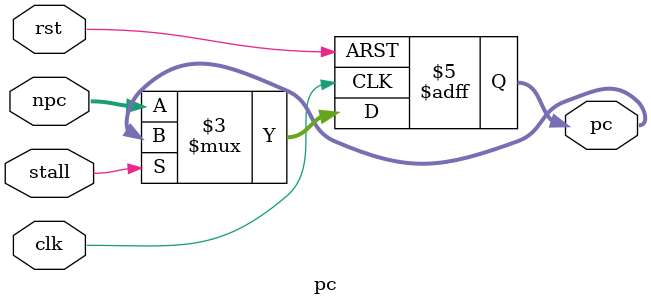
<source format=v>
`timescale 1ns / 1ps


module pc(
    input wire clk,
    input wire rst,
    input wire [31:0] npc,
    input wire stall,

    output reg [31:0] pc

    );

    always @ (posedge clk or posedge rst) begin
        if(rst) pc <= -4;
        else if (stall) pc <= pc;
        else pc <= npc;
    end
endmodule

</source>
